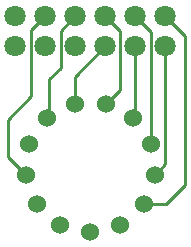
<source format=gtl>
G04 Layer_Physical_Order=1*
G04 Layer_Color=255*
%FSLAX44Y44*%
%MOMM*%
G71*
G01*
G75*
%ADD10C,0.2540*%
%ADD11C,1.8000*%
%ADD12C,1.5240*%
D10*
X314000Y1199210D02*
X324000Y1209210D01*
X314000Y1167700D02*
Y1199210D01*
X312500Y1166200D02*
X314000Y1167700D01*
X324000Y1209210D02*
Y1240400D01*
X336300Y1252700D01*
X335800Y1178400D02*
Y1201400D01*
X361700Y1227300D01*
Y1252700D02*
X374000Y1240400D01*
Y1190200D02*
Y1240400D01*
X362200Y1178400D02*
X374000Y1190200D01*
X279000Y1133800D02*
X294400Y1118400D01*
X279000Y1133800D02*
Y1165000D01*
X299000Y1185000D01*
Y1240800D01*
X310900Y1252700D01*
X387100Y1167800D02*
Y1227300D01*
X400400Y1144500D02*
Y1239400D01*
X387100Y1252700D02*
X400400Y1239400D01*
X403600Y1118400D02*
X412500Y1127300D01*
Y1227300D01*
X394300Y1093800D02*
X412800D01*
X429000Y1110000D01*
Y1236200D01*
X412500Y1252700D02*
X429000Y1236200D01*
D11*
X412500Y1252700D02*
D03*
Y1227300D02*
D03*
X387100D02*
D03*
Y1252700D02*
D03*
X361700D02*
D03*
Y1227300D02*
D03*
X285500D02*
D03*
Y1252700D02*
D03*
X310900D02*
D03*
Y1227300D02*
D03*
X336300D02*
D03*
Y1252700D02*
D03*
D12*
X303700Y1093800D02*
D03*
X323500Y1076300D02*
D03*
X349000Y1070000D02*
D03*
X294400Y1118400D02*
D03*
X297600Y1144500D02*
D03*
X312500Y1166200D02*
D03*
X335800Y1178400D02*
D03*
X362200D02*
D03*
X385500Y1166200D02*
D03*
X400400Y1144500D02*
D03*
X403600Y1118400D02*
D03*
X394300Y1093800D02*
D03*
X374500Y1076300D02*
D03*
M02*

</source>
